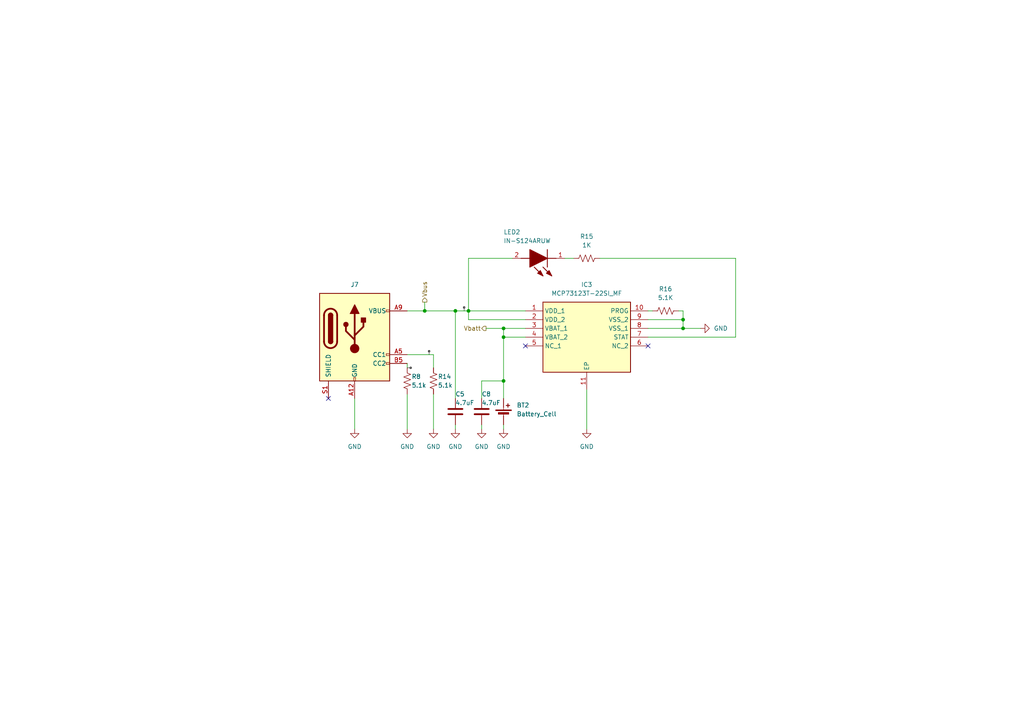
<source format=kicad_sch>
(kicad_sch (version 20230121) (generator eeschema)
  (paper "A4")
  (lib_symbols
    (symbol "Connector:USB_C_Receptacle_PowerOnly_6P" (pin_names (offset 1.016))
      (property "Reference" "J" (at 0 16.51 0))
      (property "Value" "USB_C_Receptacle_PowerOnly_6P" (at 0 13.97 0))
      (symbol "USB_C_Receptacle_PowerOnly_6P_0_0"
        (rectangle (start -0.254 -12.7) (end 0.254 -11.684))
        (rectangle (start 10.16 -7.366) (end 9.144 -7.874))
        (rectangle (start 10.16 -4.826) (end 9.144 -5.334))
        (rectangle (start 10.16 7.874) (end 9.144 7.366))
      )
      (symbol "USB_C_Receptacle_PowerOnly_6P_0_1"
        (rectangle (start -10.16 12.7) (end 10.16 -12.7) (stroke (width 0.254)) (fill (type background)))
        (arc (start -8.89 -1.27) (mid -6.985 -3.1667) (end -5.08 -1.27) (stroke (width 0.508)))
        (arc (start -7.62 -1.27) (mid -6.985 -1.9023) (end -6.35 -1.27) (stroke (width 0.254)))
        (arc (start -7.62 -1.27) (mid -6.985 -1.9023) (end -6.35 -1.27) (stroke (width 0.254)) (fill (type outline)))
        (rectangle (start -7.62 -1.27) (end -6.35 6.35) (stroke (width 0.254)) (fill (type outline)))
        (arc (start -6.35 6.35) (mid -6.985 6.9823) (end -7.62 6.35) (stroke (width 0.254)))
        (arc (start -6.35 6.35) (mid -6.985 6.9823) (end -7.62 6.35) (stroke (width 0.254)) (fill (type outline)))
        (arc (start -5.08 6.35) (mid -6.985 8.2467) (end -8.89 6.35) (stroke (width 0.508)))
        (circle (center -2.54 3.683) (radius 0.635) (stroke (width 0.254)) (fill (type outline)))
        (circle (center 0 -3.302) (radius 1.27) (fill (type outline)))
        (polyline (pts (xy -8.89 -1.27) (xy -8.89 6.35)) (stroke (width 0.508)))
        (polyline (pts (xy -5.08 6.35) (xy -5.08 -1.27)) (stroke (width 0.508)))
        (polyline (pts (xy 0 -3.302) (xy 0 6.858)) (stroke (width 0.508)))
        (polyline (pts (xy 0 -0.762) (xy -2.54 1.778) (xy -2.54 3.048)) (stroke (width 0.508)))
        (polyline (pts (xy 0 0.508) (xy 2.54 3.048) (xy 2.54 4.318)) (stroke (width 0.508)))
        (polyline (pts (xy -1.27 6.858) (xy 0 9.398) (xy 1.27 6.858) (xy -1.27 6.858)) (stroke (width 0.254)) (fill (type outline)))
        (rectangle (start 1.905 4.318) (end 3.175 5.588) (stroke (width 0.254)) (fill (type outline)))
      )
      (symbol "USB_C_Receptacle_PowerOnly_6P_1_1"
        (pin passive line (at 0 -17.78 90) (length 5.08) (name "GND") (number "A12"))
        (pin bidirectional line (at 15.24 -5.08 180) (length 5.08) (name "CC1") (number "A5"))
        (pin passive line (at 15.24 7.62 180) (length 5.08) (name "VBUS") (number "A9"))
        (pin passive line (at 0 -17.78 90) (length 5.08) hide (name "GND") (number "B12"))
        (pin bidirectional line (at 15.24 -7.62 180) (length 5.08) (name "CC2") (number "B5"))
        (pin passive line (at 15.24 7.62 180) (length 5.08) hide (name "VBUS") (number "B9"))
        (pin passive line (at -7.62 -17.78 90) (length 5.08) (name "SHIELD") (number "S1"))
      )
    )
    (symbol "Device:Battery_Cell" (pin_numbers hide) (pin_names (offset 0) hide)
      (property "Reference" "BT" (at 2.54 2.54 0))
      (property "Value" "Battery_Cell" (at 2.54 0 0))
      (symbol "Battery_Cell_0_1"
        (rectangle (start -2.286 1.778) (end 2.286 1.524) (fill (type outline)))
        (rectangle (start -1.524 1.016) (end 1.524 0.508) (fill (type outline)))
        (polyline (pts (xy 0 0.762) (xy 0 0)))
        (polyline (pts (xy 0 1.778) (xy 0 2.54)))
        (polyline (pts (xy 0.762 3.048) (xy 1.778 3.048)) (stroke (width 0.254)))
        (polyline (pts (xy 1.27 3.556) (xy 1.27 2.54)) (stroke (width 0.254)))
      )
      (symbol "Battery_Cell_1_1"
        (pin passive line (at 0 5.08 270) (length 2.54) (name "+") (number "1"))
        (pin passive line (at 0 -2.54 90) (length 2.54) (name "-") (number "2"))
      )
    )
    (symbol "Device:C" (pin_numbers hide) (pin_names (offset 0.254))
      (property "Reference" "C" (at 0.635 2.54 0))
      (property "Value" "C" (at 0.635 -2.54 0))
      (symbol "C_0_1"
        (polyline (pts (xy -2.032 -0.762) (xy 2.032 -0.762)) (stroke (width 0.508)))
        (polyline (pts (xy -2.032 0.762) (xy 2.032 0.762)) (stroke (width 0.508)))
      )
      (symbol "C_1_1"
        (pin passive line (at 0 3.81 270) (length 2.794) (name "~") (number "1"))
        (pin passive line (at 0 -3.81 90) (length 2.794) (name "~") (number "2"))
      )
    )
    (symbol "Device:R_US" (pin_numbers hide) (pin_names (offset 0))
      (property "Reference" "R" (at 2.54 0 90))
      (property "Value" "R_US" (at -2.54 0 90))
      (symbol "R_US_0_1"
        (polyline (pts (xy 0 -2.286) (xy 0 -2.54)))
        (polyline (pts (xy 0 2.286) (xy 0 2.54)))
        (polyline (pts (xy 0 -0.762) (xy 1.016 -1.143) (xy 0 -1.524) (xy -1.016 -1.905) (xy 0 -2.286)))
        (polyline (pts (xy 0 0.762) (xy 1.016 0.381) (xy 0 0) (xy -1.016 -0.381) (xy 0 -0.762)))
        (polyline (pts (xy 0 2.286) (xy 1.016 1.905) (xy 0 1.524) (xy -1.016 1.143) (xy 0 0.762)))
      )
      (symbol "R_US_1_1"
        (pin passive line (at 0 3.81 270) (length 1.27) (name "~") (number "1"))
        (pin passive line (at 0 -3.81 90) (length 1.27) (name "~") (number "2"))
      )
    )
    (symbol "MCP73123T-22SI_MF:MCP73123T-22SI_MF"
      (property "Reference" "IC" (at 31.75 7.62 0))
      (property "Value" "MCP73123T-22SI_MF" (at 31.75 5.08 0))
      (symbol "MCP73123T-22SI_MF_1_1"
        (rectangle (start 5.08 2.54) (end 30.48 -17.78) (stroke (width 0.254)) (fill (type background)))
        (pin passive line (at 0 0 0) (length 5.08) (name "VDD_1") (number "1"))
        (pin passive line (at 35.56 0 180) (length 5.08) (name "PROG") (number "10"))
        (pin passive line (at 17.78 -22.86 90) (length 5.08) (name "EP") (number "11"))
        (pin passive line (at 0 -2.54 0) (length 5.08) (name "VDD_2") (number "2"))
        (pin passive line (at 0 -5.08 0) (length 5.08) (name "VBAT_1") (number "3"))
        (pin passive line (at 0 -7.62 0) (length 5.08) (name "VBAT_2") (number "4"))
        (pin passive line (at 0 -10.16 0) (length 5.08) (name "NC_1") (number "5"))
        (pin passive line (at 35.56 -10.16 180) (length 5.08) (name "NC_2") (number "6"))
        (pin passive line (at 35.56 -7.62 180) (length 5.08) (name "STAT") (number "7"))
        (pin passive line (at 35.56 -5.08 180) (length 5.08) (name "VSS_1") (number "8"))
        (pin passive line (at 35.56 -2.54 180) (length 5.08) (name "VSS_2") (number "9"))
      )
    )
    (symbol "newIN-S124ARUW:IN-S124ARUW" (pin_names hide)
      (property "Reference" "LED" (at 12.7 8.89 0))
      (property "Value" "IN-S124ARUW" (at 12.7 6.35 0))
      (symbol "IN-S124ARUW_1_1"
        (polyline (pts (xy 2.54 0) (xy 5.08 0)) (stroke (width 0.254)))
        (polyline (pts (xy 5.08 2.54) (xy 5.08 -2.54)) (stroke (width 0.254)))
        (polyline (pts (xy 6.35 2.54) (xy 3.81 5.08)) (stroke (width 0.254)))
        (polyline (pts (xy 8.89 2.54) (xy 6.35 5.08)) (stroke (width 0.254)))
        (polyline (pts (xy 10.16 0) (xy 12.7 0)) (stroke (width 0.254)))
        (polyline (pts (xy 5.08 0) (xy 10.16 2.54) (xy 10.16 -2.54) (xy 5.08 0)) (stroke (width 0.254)) (fill (type outline)))
        (polyline (pts (xy 5.334 4.318) (xy 4.572 3.556) (xy 3.81 5.08) (xy 5.334 4.318)) (stroke (width 0.254)) (fill (type outline)))
        (polyline (pts (xy 7.874 4.318) (xy 7.112 3.556) (xy 6.35 5.08) (xy 7.874 4.318)) (stroke (width 0.254)) (fill (type outline)))
        (pin passive line (at 0 0 0) (length 2.54) (name "K") (number "1"))
        (pin passive line (at 15.24 0 180) (length 2.54) (name "A") (number "2"))
      )
    )
    (symbol "power:GND" (power) (pin_names (offset 0))
      (property "Value" "GND" (at 0 -3.81 0))
      (symbol "GND_0_1"
        (polyline (pts (xy 0 0) (xy 0 -1.27) (xy 1.27 -1.27) (xy 0 -2.54) (xy -1.27 -1.27) (xy 0 -1.27)))
      )
      (symbol "GND_1_1"
        (pin power_in line (at 0 0 270) (length 0) hide (name "GND") (number "1"))
      )
    )
  )
  (junction (at 198.12 92.71))
  (junction (at 146.05 97.79))
  (junction (at 132.08 90.17))
  (junction (at 198.12 95.25))
  (junction (at 135.89 90.17))
  (junction (at 123.19 90.17))
  (junction (at 146.05 110.49))
  (junction (at 146.05 95.25))
  (no_connect (at 95.25 115.57))
  (no_connect (at 152.4 100.33))
  (no_connect (at 187.96 100.33))
  (wire (pts (xy 213.36 74.93) (xy 213.36 97.79)))
  (wire (pts (xy 102.87 115.57) (xy 102.87 124.46)))
  (wire (pts (xy 187.96 90.17) (xy 189.23 90.17)))
  (wire (pts (xy 152.4 97.79) (xy 146.05 97.79)))
  (wire (pts (xy 213.36 97.79) (xy 187.96 97.79)))
  (wire (pts (xy 146.05 95.25) (xy 152.4 95.25)))
  (wire (pts (xy 198.12 92.71) (xy 198.12 95.25)))
  (wire (pts (xy 198.12 95.25) (xy 203.2 95.25)))
  (wire (pts (xy 132.08 90.17) (xy 132.08 115.57)))
  (wire (pts (xy 139.7 110.49) (xy 139.7 115.57)))
  (wire (pts (xy 132.08 90.17) (xy 135.89 90.17)))
  (wire (pts (xy 125.73 114.3) (xy 125.73 124.46)))
  (wire (pts (xy 132.08 123.19) (xy 132.08 124.46)))
  (wire (pts (xy 118.11 102.87) (xy 125.73 102.87)))
  (wire (pts (xy 148.59 74.93) (xy 135.89 74.93)))
  (wire (pts (xy 135.89 90.17) (xy 152.4 90.17)))
  (wire (pts (xy 146.05 110.49) (xy 146.05 115.57)))
  (wire (pts (xy 125.73 102.87) (xy 125.73 106.68)))
  (wire (pts (xy 163.83 74.93) (xy 166.37 74.93)))
  (wire (pts (xy 118.11 105.41) (xy 118.11 106.68)))
  (wire (pts (xy 198.12 90.17) (xy 198.12 92.71)))
  (wire (pts (xy 146.05 123.19) (xy 146.05 124.46)))
  (wire (pts (xy 135.89 92.71) (xy 135.89 90.17)))
  (wire (pts (xy 146.05 97.79) (xy 146.05 110.49)))
  (wire (pts (xy 123.19 87.63) (xy 123.19 90.17)))
  (wire (pts (xy 173.99 74.93) (xy 213.36 74.93)))
  (wire (pts (xy 187.96 92.71) (xy 198.12 92.71)))
  (wire (pts (xy 146.05 97.79) (xy 146.05 95.25)))
  (wire (pts (xy 140.97 95.25) (xy 146.05 95.25)))
  (wire (pts (xy 135.89 74.93) (xy 135.89 90.17)))
  (wire (pts (xy 198.12 90.17) (xy 196.85 90.17)))
  (wire (pts (xy 152.4 92.71) (xy 135.89 92.71)))
  (wire (pts (xy 139.7 123.19) (xy 139.7 124.46)))
  (wire (pts (xy 170.18 113.03) (xy 170.18 124.46)))
  (wire (pts (xy 187.96 95.25) (xy 198.12 95.25)))
  (wire (pts (xy 118.11 90.17) (xy 123.19 90.17)))
  (wire (pts (xy 139.7 110.49) (xy 146.05 110.49)))
  (wire (pts (xy 118.11 114.3) (xy 118.11 124.46)))
  (wire (pts (xy 123.19 90.17) (xy 132.08 90.17)))
  (hierarchical_label "Vbus" (shape output) (at 123.19 87.63 90))
  (hierarchical_label "Vbatt" (shape output) (at 140.97 95.25 180))
  (netclass_flag "" (length 1) (shape dot) (at 118.11 106.68 270) (property "Netclass" "power" (effects hide)))
  (netclass_flag "" (length 1) (shape dot) (at 134.62 90.17 0) (property "Netclass" "power" (effects hide)))
  (netclass_flag "" (length 1) (shape dot) (at 124.46 102.87 0) (property "Netclass" "power" (effects hide)))
  (symbol (lib_id "Device:R_US") (at 118.11 110.49 0) (unit 1)
    (property "Reference" "R8" (at 119.38 109.22 0) (effects (justify left)))
    (property "Value" "5.1k" (at 119.38 111.76 0) (effects (justify left)))
    (property "Footprint" "Resistor_SMD:R_0805_2012Metric" (effects hide))
  )
  (symbol (lib_id "Device:R_US") (at 193.04 90.17 90) (unit 1)
    (property "Reference" "R16" (at 193.04 83.82 90))
    (property "Value" "5.1K" (at 193.04 86.36 90))
    (property "Footprint" "Resistor_SMD:R_0805_2012Metric" (effects hide))
  )
  (symbol (lib_id "power:GND") (at 203.2 95.25 90) (unit 1)
    (property "Reference" "#PWR038" (effects hide))
    (property "Value" "GND" (at 207.01 95.25 90) (effects (justify right)))
  )
  (symbol (lib_id "power:GND") (at 118.11 124.46 0) (unit 1)
    (property "Reference" "#PWR015" (effects hide))
    (property "Value" "GND" (at 118.11 129.54 0))
  )
  (symbol (lib_id "newIN-S124ARUW:IN-S124ARUW") (at 163.83 74.93 180) (unit 1)
    (property "Reference" "LED2" (at 146.05 67.31 0) (effects (justify right)))
    (property "Value" "IN-S124ARUW" (at 146.05 69.85 0) (effects (justify right)))
    (property "Footprint" "KiCad-SMTLED:INS124ARUW" (effects hide))
    (property "Datasheet" "http://www.inolux-corp.com/datasheet/SMDLED/Mono%20Color%20Reverse%20Mount/IN-S124AR%20Series_V1.0.pdf" (effects hide))
    (property "Height" "1.1" (effects hide))
    (property "Mouser Part Number" "743-IN-S124ARUW" (effects hide))
    (property "Mouser Price/Stock" "https://www.mouser.co.uk/ProductDetail/Inolux/IN-S124ARUW?qs=qSfuJ%252Bfl%2Fd749ba9g3nPiA%3D%3D" (effects hide))
    (property "Manufacturer_Name" "Inolux" (effects hide))
    (property "Manufacturer_Part_Number" "IN-S124ARUW" (effects hide))
  )
  (symbol (lib_id "Device:C") (at 139.7 119.38 0) (unit 1)
    (property "Reference" "C8" (at 139.7 114.3 0) (effects (justify left)))
    (property "Value" "4.7uF" (at 139.7 116.84 0) (effects (justify left)))
    (property "Footprint" "Capacitor_SMD:C_0805_2012Metric" (effects hide))
  )
  (symbol (lib_id "power:GND") (at 102.87 124.46 0) (unit 1)
    (property "Reference" "#PWR013" (effects hide))
    (property "Value" "GND" (at 102.87 129.54 0))
  )
  (symbol (lib_id "Device:R_US") (at 170.18 74.93 90) (unit 1)
    (property "Reference" "R15" (at 170.18 68.58 90))
    (property "Value" "1K" (at 170.18 71.12 90))
    (property "Footprint" "Resistor_SMD:R_0805_2012Metric" (effects hide))
  )
  (symbol (lib_id "power:GND") (at 170.18 124.46 0) (unit 1)
    (property "Reference" "#PWR037" (effects hide))
    (property "Value" "GND" (at 170.18 129.54 0))
  )
  (symbol (lib_id "Device:C") (at 132.08 119.38 0) (unit 1)
    (property "Reference" "C5" (at 132.08 114.3 0) (effects (justify left)))
    (property "Value" "4.7uF" (at 132.08 116.84 0) (effects (justify left)))
    (property "Footprint" "Capacitor_SMD:C_0805_2012Metric" (effects hide))
  )
  (symbol (lib_id "Connector:USB_C_Receptacle_PowerOnly_6P") (at 102.87 97.79 0) (unit 1)
    (property "Reference" "J7" (at 102.87 82.55 0))
    (property "Value" "USB_C_Receptacle_PowerOnly_6P" (effects hide))
    (property "Footprint" "myFootprintDesigns:USB-C_PWR" (effects hide))
    (property "Datasheet" "https://www.usb.org/sites/default/files/documents/usb_type-c.zip" (effects hide))
  )
  (symbol (lib_id "power:GND") (at 132.08 124.46 0) (unit 1)
    (property "Reference" "#PWR034" (effects hide))
    (property "Value" "GND" (at 132.08 129.54 0))
  )
  (symbol (lib_id "Device:R_US") (at 125.73 110.49 0) (unit 1)
    (property "Reference" "R14" (at 127 109.22 0) (effects (justify left)))
    (property "Value" "5.1k" (at 127 111.76 0) (effects (justify left)))
    (property "Footprint" "Resistor_SMD:R_0805_2012Metric" (effects hide))
  )
  (symbol (lib_id "power:GND") (at 125.73 124.46 0) (unit 1)
    (property "Reference" "#PWR033" (effects hide))
    (property "Value" "GND" (at 125.73 129.54 0))
  )
  (symbol (lib_id "power:GND") (at 139.7 124.46 0) (unit 1)
    (property "Reference" "#PWR035" (effects hide))
    (property "Value" "GND" (at 139.7 129.54 0))
  )
  (symbol (lib_id "power:GND") (at 146.05 124.46 0) (unit 1)
    (property "Reference" "#PWR036" (effects hide))
    (property "Value" "GND" (at 146.05 129.54 0))
  )
  (symbol (lib_id "Device:Battery_Cell") (at 146.05 120.65 0) (unit 1)
    (property "Reference" "BT2" (at 149.86 117.5385 0) (effects (justify left)))
    (property "Value" "Battery_Cell" (at 149.86 120.0785 0) (effects (justify left)))
    (property "Footprint" "myFootprintDesigns:14500 Holder" (effects hide))
  )
  (symbol (lib_id "MCP73123T-22SI_MF:MCP73123T-22SI_MF") (at 152.4 90.17 0) (unit 1)
    (property "Reference" "IC3" (at 170.18 82.55 0))
    (property "Value" "MCP73123T-22SI_MF" (at 170.18 85.09 0))
    (property "Footprint" "MCP73123T-22SI_MF:SON50P300X300X100-11N-D" (effects hide))
    (property "Datasheet" "https://componentsearchengine.com/Datasheets/1/MCP73123T-22SI_MF.pdf" (effects hide))
    (property "Height" "1" (effects hide))
    (property "Mouser Part Number" "579-MCP73123T-22SIMF" (effects hide))
    (property "Mouser Price/Stock" "https://www.mouser.co.uk/ProductDetail/Microchip-Technology/MCP73123T-22SI-MF?qs=E6wAi2XWqcPyISItqwXTaQ%3D%3D" (effects hide))
    (property "Manufacturer_Name" "Microchip" (effects hide))
    (property "Manufacturer_Part_Number" "MCP73123T-22SI/MF" (effects hide))
  )
)
</source>
